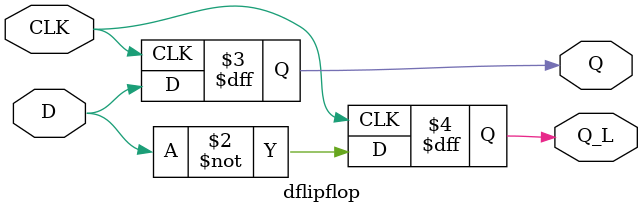
<source format=v>
`timescale 1ns / 1ps
module dflipflop(
		input D,
		input CLK,
		output reg Q,
		output reg Q_L
    );

	 always @ (negedge CLK)
		begin Q <= D; Q_L <= ~D; end
	

endmodule

</source>
